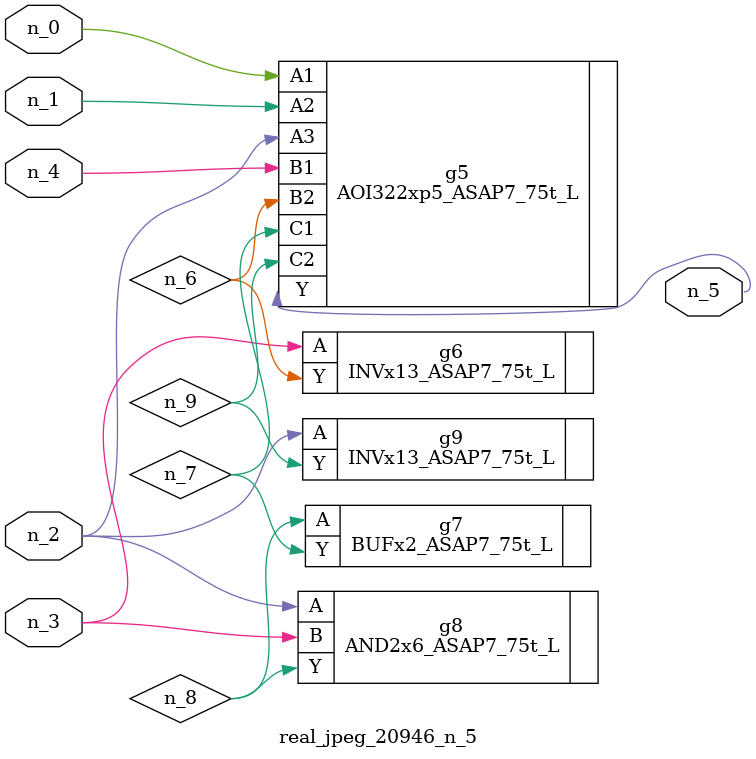
<source format=v>
module real_jpeg_20946_n_5 (n_4, n_0, n_1, n_2, n_3, n_5);

input n_4;
input n_0;
input n_1;
input n_2;
input n_3;

output n_5;

wire n_8;
wire n_6;
wire n_7;
wire n_9;

AOI322xp5_ASAP7_75t_L g5 ( 
.A1(n_0),
.A2(n_1),
.A3(n_2),
.B1(n_4),
.B2(n_6),
.C1(n_7),
.C2(n_9),
.Y(n_5)
);

AND2x6_ASAP7_75t_L g8 ( 
.A(n_2),
.B(n_3),
.Y(n_8)
);

INVx13_ASAP7_75t_L g9 ( 
.A(n_2),
.Y(n_9)
);

INVx13_ASAP7_75t_L g6 ( 
.A(n_3),
.Y(n_6)
);

BUFx2_ASAP7_75t_L g7 ( 
.A(n_8),
.Y(n_7)
);


endmodule
</source>
